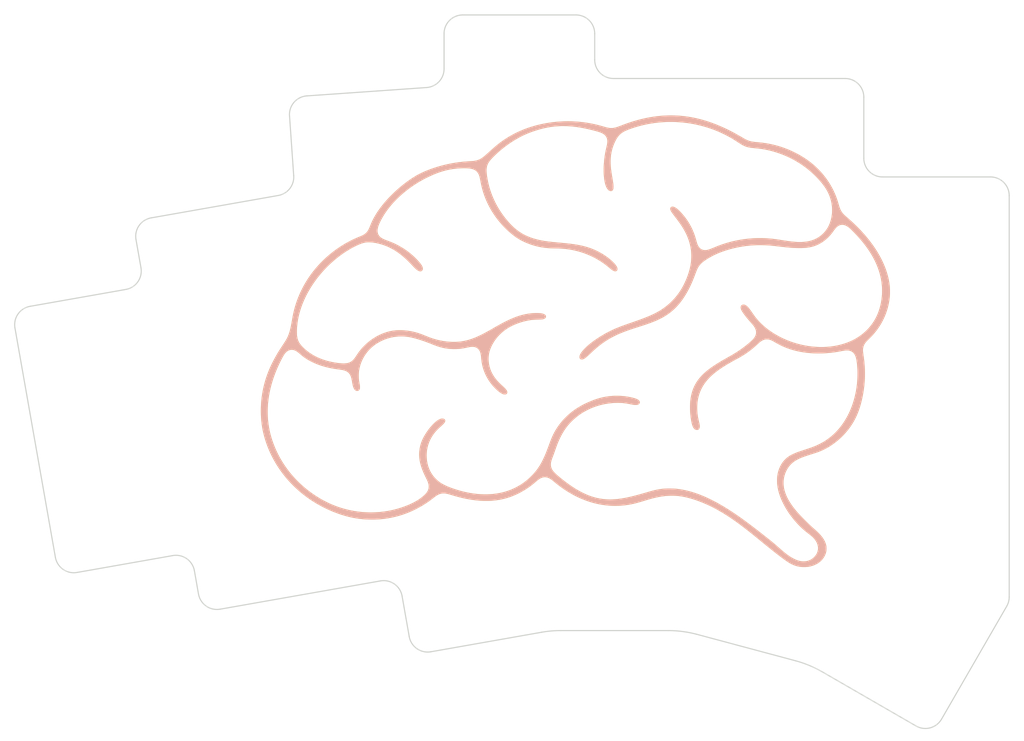
<source format=kicad_pcb>
(kicad_pcb (version 20240108) (generator "ergogen") (generator_version "4.2.1")
  (title_block (title "back_plate_42") (date "2025-11-25") (rev "1") (company "Curtis Bollinger"))
  (layers (0 "F.Cu" signal) (31 "B.Cu" signal) (34 "B.Paste" user) (35 "F.Paste" user) (36 "B.SilkS" user "B.Silkscreen") (37 "F.SilkS" user "F.Silkscreen") (38 "B.Mask" user) (39 "F.Mask" user) (44 "Edge.Cuts" user))
  (net 0 "")
  (net 1 "GND")
  (footprint "ceoloide:mounting_hole_npth" (layer "F.Cu") (at 90.4228753 47.00143700000001 0)
    (property "Reference" "MH1" hide)
    (pad "" np_thru_hole circle (at 0 0 0) (size 5 5) (drill 5) (layers "*.Cu" "*.Mask"))
  )
  (footprint "ceoloide:mounting_hole_npth" (layer "F.Cu") (at 127.0728753 46.00143700000001 0)
    (property "Reference" "MH2" hide)
    (pad "" np_thru_hole circle (at 0 0 0) (size 5 5) (drill 5) (layers "*.Cu" "*.Mask"))
  )
  (footprint "ceoloide:mounting_hole_npth" (layer "F.Cu") (at 142.84683660000002 97.8919724 -15)
    (property "Reference" "MH3" hide)
    (pad "" np_thru_hole circle (at 0 0 -15) (size 5 5) (drill 5) (layers "*.Cu" "*.Mask"))
  )
  (footprint "ceoloide:mounting_hole_npth" (layer "F.Cu") (at 103.92311409999999 92.6931189 10)
    (property "Reference" "MH4" hide)
    (pad "" np_thru_hole circle (at 0 0 10) (size 5 5) (drill 5) (layers "*.Cu" "*.Mask"))
  )
  (footprint "ceoloide:mounting_hole_npth" (layer "F.Cu") (at 54.0905586 73.38534560000001 10)
    (property "Reference" "MH5" hide)
    (pad "" np_thru_hole circle (at 0 0 10) (size 5 5) (drill 5) (layers "*.Cu" "*.Mask"))
  )
  (footprint "brain" (layer "F.Cu") (at 107.9228753 63.00143700000001 0)
    (fp_text reference "G1" hide)
    (fp_text value "G***" hide)
  )
  (gr_line (start 165.9478753 97.28040197170878) (end 165.9478753 43.59643700000001) (layer Edge.Cuts) (stroke (width 0.15)))
  (gr_line (start 163.4478753 41.09643700000001) (end 148.9983753 41.09643700000001) (layer Edge.Cuts) (stroke (width 0.15)))
  (gr_line (start 41.25033802933866 94.0037666379902) (end 54.05283875415566 91.74634028980269) (layer Edge.Cuts) (stroke (width 0.15)))
  (gr_line (start 32.94488384820673 61.2981214346633) (end 38.3541981605253 91.97586771485848) (layer Edge.Cuts) (stroke (width 0.15)))
  (gr_line (start 47.77528360874213 56.144555180177626) (end 34.972782751222084 58.40198155176425) (layer Edge.Cuts) (stroke (width 0.15)))
  (gr_line (start 60.39414193242657 98.91580484446007) (end 81.83609260616983 95.13501039923678) (layer Edge.Cuts) (stroke (width 0.15)))
  (gr_line (start 56.94897862296902 93.77423921293439) (end 57.49800206662859 96.88790593842936) (layer Edge.Cuts) (stroke (width 0.15)))
  (gr_line (start 51.16456765079188 46.57228796036699) (end 68.17487654006977 43.57291154566431) (layer Edge.Cuts) (stroke (width 0.15)))
  (gr_line (start 49.13666874476115 49.468427826165) (end 49.803182511757505 53.248415297278655) (layer Edge.Cuts) (stroke (width 0.15)))
  (gr_line (start 71.99379705109263 30.25427862416072) (end 88.02176653931872 29.133493837177916) (layer Edge.Cuts) (stroke (width 0.15)))
  (gr_line (start 69.67427819316079 32.92257996072999) (end 70.2346661574367 40.93650092043117) (layer Edge.Cuts) (stroke (width 0.15)))
  (gr_line (start 90.3473753 26.639583739927346) (end 90.3473753 21.92593700000001) (layer Edge.Cuts) (stroke (width 0.15)))
  (gr_line (start 110.49837529999999 25.42593700000001) (end 110.49837529999999 21.92593700000001) (layer Edge.Cuts) (stroke (width 0.15)))
  (gr_line (start 107.99837529999999 19.42593700000001) (end 92.8473753 19.42593700000001) (layer Edge.Cuts) (stroke (width 0.15)))
  (gr_line (start 112.99837529999999 27.92593700000001) (end 143.9983753 27.92593700000001) (layer Edge.Cuts) (stroke (width 0.15)))
  (gr_line (start 146.4983753 38.59643700000001) (end 146.4983753 30.42593700000001) (layer Edge.Cuts) (stroke (width 0.15)))
  (gr_line (start 88.58449263122702 104.61323593765721) (end 103.37539505288593 102.00520071408566) (layer Edge.Cuts) (stroke (width 0.15)))
  (gr_line (start 84.73223247196782 97.16290930526759) (end 85.68835276241367 102.58533701452552) (layer Edge.Cuts) (stroke (width 0.15)))
  (gr_line (start 105.98011783276957 101.77731700000001) (end 120.30731339628329 101.77731700000001) (layer Edge.Cuts) (stroke (width 0.15)))
  (gr_line (start 124.18959853647571 102.28842947679493) (end 137.3428436633006 105.81283083838747) (layer Edge.Cuts) (stroke (width 0.15)))
  (gr_line (start 140.9605581316019 107.31133715668875) (end 146.92194813819316 110.75314726431581) (layer Edge.Cuts) (stroke (width 0.15)))
  (gr_arc (start 105.98011783276957 101.77731700000001) (mid 104.67278163276957 101.83439650000001) (end 103.37539503276956 102.00520070000002) (layer Edge.Cuts) (stroke (width 0.15)))
  (gr_arc (start 124.1895984962833 102.2884295) (mid 122.26520599628329 101.90564410000002) (end 120.30731339628329 101.77731700000001) (layer Edge.Cuts) (stroke (width 0.15)))
  (gr_arc (start 140.9605581316019 107.31133715668875) (mid 139.2008096316019 106.44352525668874) (end 137.3428437316019 105.81283085668875) (layer Edge.Cuts) (stroke (width 0.15)))
  (gr_line (start 165.61293879999997 98.53040197170878) (end 156.8976829313999 113.62566792991862) (layer Edge.Cuts) (stroke (width 0.15)))
  (gr_line (start 153.48261943139988 114.5407314299187) (end 146.9220439 110.7529814) (layer Edge.Cuts) (stroke (width 0.15)))
  (gr_arc (start 165.9478753 43.59643700000001) (mid 165.21564229999998 41.82867000000001) (end 163.4478753 41.09643700000001) (layer Edge.Cuts) (stroke (width 0.15)))
  (gr_arc (start 146.4983753 38.59643700000001) (mid 147.2306083 40.36420400000001) (end 148.9983753 41.09643700000001) (layer Edge.Cuts) (stroke (width 0.15)))
  (gr_arc (start 146.4983753 30.42593700000001) (mid 145.76614229999998 28.65817000000001) (end 143.9983753 27.92593700000001) (layer Edge.Cuts) (stroke (width 0.15)))
  (gr_arc (start 110.49837529999999 25.42593700000001) (mid 111.23060829999999 27.193704000000007) (end 112.99837529999999 27.92593700000001) (layer Edge.Cuts) (stroke (width 0.15)))
  (gr_arc (start 110.49837529999999 21.92593700000001) (mid 109.7661423 20.15817000000001) (end 107.99837529999999 19.42593700000001) (layer Edge.Cuts) (stroke (width 0.15)))
  (gr_arc (start 92.8473753 19.42593700000001) (mid 91.07960829999999 20.15817000000001) (end 90.3473753 21.92593700000001) (layer Edge.Cuts) (stroke (width 0.15)))
  (gr_arc (start 88.0217665 29.133493839927347) (mid 89.6757595 28.344579639927346) (end 90.3473753 26.639583739927346) (layer Edge.Cuts) (stroke (width 0.15)))
  (gr_arc (start 71.99379709041135 30.254278621411288) (mid 70.28141439041136 31.108041221411288) (end 69.67427819041136 32.92257992141129) (layer Edge.Cuts) (stroke (width 0.15)))
  (gr_arc (start 68.17487656018615 43.57291155974994) (mid 69.71078296018614 42.65004585974994) (end 70.23466616018614 40.936500859749934) (layer Edge.Cuts) (stroke (width 0.15)))
  (gr_arc (start 51.16456763067551 46.57228794628135) (mid 49.55080793067551 47.600366246281354) (end 49.13666873067551 49.46842784628135) (layer Edge.Cuts) (stroke (width 0.15)))
  (gr_arc (start 47.77528362584314 56.14455517716229) (mid 49.38904332584314 55.116476877162285) (end 49.80318252584314 53.24841527716229) (layer Edge.Cuts) (stroke (width 0.15)))
  (gr_arc (start 34.97278273412108 58.401981554779624) (mid 33.35902303412108 59.43005985477963) (end 32.94488383412108 61.298121454779626) (layer Edge.Cuts) (stroke (width 0.15)))
  (gr_arc (start 38.354198146439664 91.97586773497486) (mid 39.38227644643967 93.58962743497484) (end 41.250338046439666 94.00376663497485) (layer Edge.Cuts) (stroke (width 0.15)))
  (gr_arc (start 56.948978637054665 93.77423919281806) (mid 55.92090033705466 92.16047949281807) (end 54.052838737054664 91.74634029281806) (layer Edge.Cuts) (stroke (width 0.15)))
  (gr_arc (start 57.498002052542944 96.88790595854573) (mid 58.52608035254295 98.50166565854572) (end 60.394141952542945 98.91580485854573) (layer Edge.Cuts) (stroke (width 0.15)))
  (gr_arc (start 84.73223248605345 97.16290928515114) (mid 83.70415418605344 95.54914958515116) (end 81.83609258605344 95.13501038515115) (layer Edge.Cuts) (stroke (width 0.15)))
  (gr_arc (start 85.68835274832803 102.5853370346419) (mid 86.71643104832803 104.19909673464188) (end 88.58449264832804 104.61323593464189) (layer Edge.Cuts) (stroke (width 0.15)))
  (gr_arc (start 153.48261943139988 114.54073142991868) (mid 155.3796670313999 114.79048252991868) (end 156.89768293139988 113.62566792991868) (layer Edge.Cuts) (stroke (width 0.15)))
  (gr_arc (start 165.6129388 98.53040197170878) (mid 165.8626899 97.92744957170878) (end 165.9478753 97.28040197170878) (layer Edge.Cuts) (stroke (width 0.15)))
  (gr_circle (center 90.4228753 47.00143700000001) (end 91.5228753 47.00143700000001) (layer Edge.Cuts) (stroke (width 0.15)) (fill none))
  (gr_circle (center 127.0728753 46.00143700000001) (end 128.17287530000002 46.00143700000001) (layer Edge.Cuts) (stroke (width 0.15)) (fill none))
  (gr_circle (center 142.84683660000002 97.8919724) (end 143.9468366 97.8919724) (layer Edge.Cuts) (stroke (width 0.15)) (fill none))
  (gr_circle (center 103.92311409999999 92.6931189) (end 105.02311409999999 92.6931189) (layer Edge.Cuts) (stroke (width 0.15)) (fill none))
  (gr_circle (center 54.0905586 73.38534560000001) (end 55.1905586 73.38534560000001) (layer Edge.Cuts) (stroke (width 0.15)) (fill none))
)
</source>
